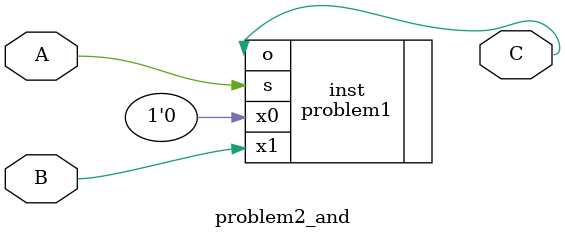
<source format=sv>
module problem2_and (
    input logic A,
    input logic B,
    output logic C
);	

    problem1 inst (.s(A), .x0(1'b0), .x1(B), .o(C));

endmodule 

</source>
